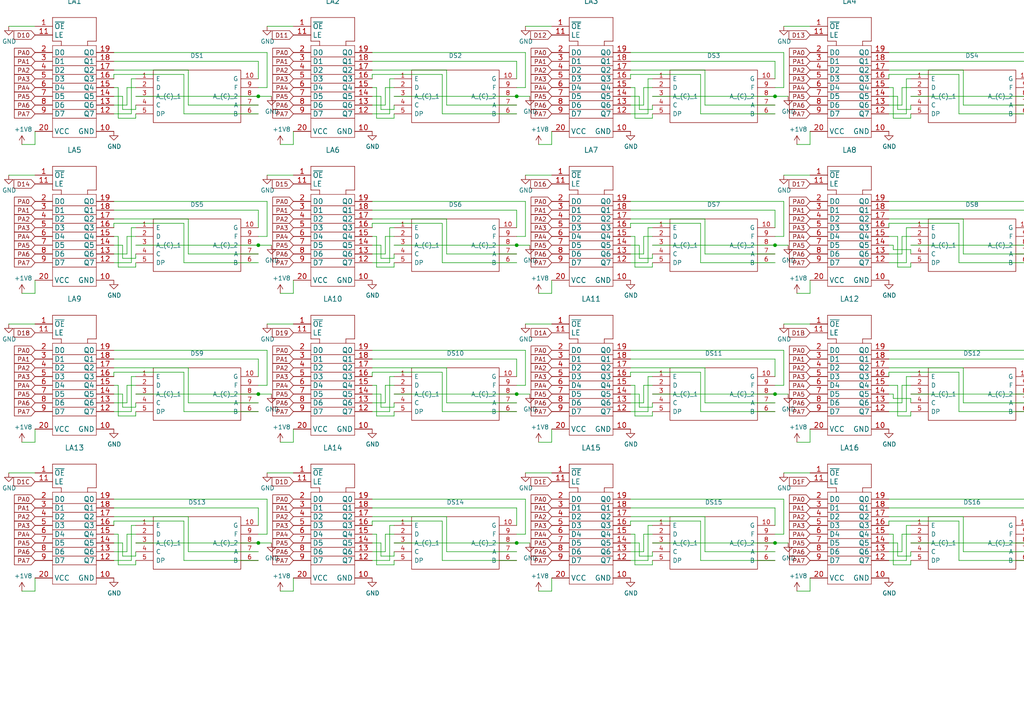
<source format=kicad_sch>
(kicad_sch (version 20211123) (generator eeschema)
  (paper "A4")
  (junction (at 224.79 27.94))
  (junction (at 224.79 71.12))
  (junction (at 74.93 71.12))
  (junction (at 299.72 27.94))
  (junction (at 74.93 114.3))
  (junction (at 149.86 27.94))
  (junction (at 224.79 114.3))
  (junction (at 149.86 71.12))
  (junction (at 299.72 71.12))
  (junction (at 74.93 27.94))
  (junction (at 299.72 157.48))
  (junction (at 149.86 157.48))
  (junction (at 74.93 157.48))
  (junction (at 224.79 157.48))
  (junction (at 299.72 114.3))
  (junction (at 149.86 114.3))
  (wire (pts (xy 152.4 68.58) (xy 149.86 68.58)))
  (wire (pts (xy 107.95 149.86) (xy 129.54 149.86)))
  (wire (pts (xy 33.02 22.86) (xy 33.02 21.59)))
  (wire (pts (xy 260.35 27.94) (xy 260.35 31.75)))
  (wire (pts (xy 33.02 119.38) (xy 38.1 119.38)))
  (wire (pts (xy 33.02 68.58) (xy 34.29 68.58)))
  (wire (pts (xy 77.47 101.6) (xy 77.47 111.76)))
  (wire (pts (xy 152.4 15.24) (xy 152.4 25.4)))
  (wire (pts (xy 182.88 15.24) (xy 227.33 15.24)))
  (wire (pts (xy 227.33 111.76) (xy 224.79 111.76)))
  (wire (pts (xy 85.09 171.45) (xy 85.09 167.64)))
  (wire (pts (xy 74.93 104.14) (xy 33.02 104.14)))
  (wire (pts (xy 257.81 22.86) (xy 257.81 21.59)))
  (wire (pts (xy 107.95 144.78) (xy 152.4 144.78)))
  (wire (pts (xy 189.23 118.11) (xy 189.23 116.84)))
  (wire (pts (xy 264.16 114.3) (xy 299.72 114.3)))
  (wire (pts (xy 33.02 144.78) (xy 77.47 144.78)))
  (wire (pts (xy 111.76 160.02) (xy 111.76 154.94)))
  (wire (pts (xy 54.61 20.32) (xy 54.61 30.48)))
  (wire (pts (xy 278.13 21.59) (xy 278.13 33.02)))
  (wire (pts (xy 257.81 116.84) (xy 261.62 116.84)))
  (wire (pts (xy 53.34 119.38) (xy 74.93 119.38)))
  (wire (pts (xy 299.72 66.04) (xy 299.72 60.96)))
  (wire (pts (xy 257.81 106.68) (xy 279.4 106.68)))
  (wire (pts (xy 53.34 107.95) (xy 53.34 119.38)))
  (wire (pts (xy 85.09 85.09) (xy 85.09 81.28)))
  (wire (pts (xy 39.37 77.47) (xy 39.37 76.2)))
  (wire (pts (xy 2.54 7.62) (xy 10.16 7.62)))
  (wire (pts (xy 299.72 147.32) (xy 257.81 147.32)))
  (wire (pts (xy 33.02 106.68) (xy 54.61 106.68)))
  (wire (pts (xy 53.34 162.56) (xy 74.93 162.56)))
  (wire (pts (xy 152.4 7.62) (xy 160.02 7.62)))
  (wire (pts (xy 149.86 17.78) (xy 107.95 17.78)))
  (wire (pts (xy 38.1 162.56) (xy 38.1 152.4)))
  (wire (pts (xy 107.95 22.86) (xy 107.95 21.59)))
  (wire (pts (xy 184.15 163.83) (xy 189.23 163.83)))
  (wire (pts (xy 10.16 85.09) (xy 10.16 81.28)))
  (wire (pts (xy 39.37 114.3) (xy 74.93 114.3)))
  (wire (pts (xy 36.83 111.76) (xy 39.37 111.76)))
  (wire (pts (xy 128.27 107.95) (xy 128.27 119.38)))
  (wire (pts (xy 77.47 7.62) (xy 85.09 7.62)))
  (wire (pts (xy 129.54 116.84) (xy 149.86 116.84)))
  (wire (pts (xy 184.15 25.4) (xy 184.15 34.29)))
  (wire (pts (xy 107.95 107.95) (xy 128.27 107.95)))
  (wire (pts (xy 36.83 154.94) (xy 39.37 154.94)))
  (wire (pts (xy 33.02 149.86) (xy 54.61 149.86)))
  (wire (pts (xy 156.21 85.09) (xy 160.02 85.09)))
  (wire (pts (xy 260.35 157.48) (xy 260.35 161.29)))
  (wire (pts (xy 259.08 25.4) (xy 259.08 34.29)))
  (wire (pts (xy 107.95 162.56) (xy 113.03 162.56)))
  (wire (pts (xy 257.81 107.95) (xy 278.13 107.95)))
  (wire (pts (xy 38.1 33.02) (xy 38.1 22.86)))
  (wire (pts (xy 182.88 114.3) (xy 185.42 114.3)))
  (wire (pts (xy 182.88 63.5) (xy 204.47 63.5)))
  (wire (pts (xy 38.1 66.04) (xy 39.37 66.04)))
  (wire (pts (xy 186.69 30.48) (xy 186.69 25.4)))
  (wire (pts (xy 187.96 152.4) (xy 189.23 152.4)))
  (wire (pts (xy 302.26 101.6) (xy 302.26 111.76)))
  (wire (pts (xy 107.95 15.24) (xy 152.4 15.24)))
  (wire (pts (xy 302.26 25.4) (xy 299.72 25.4)))
  (wire (pts (xy 231.14 171.45) (xy 234.95 171.45)))
  (wire (pts (xy 182.88 30.48) (xy 186.69 30.48)))
  (wire (pts (xy 54.61 30.48) (xy 74.93 30.48)))
  (wire (pts (xy 39.37 31.75) (xy 39.37 30.48)))
  (wire (pts (xy 107.95 66.04) (xy 107.95 64.77)))
  (wire (pts (xy 227.33 101.6) (xy 227.33 111.76)))
  (wire (pts (xy 111.76 73.66) (xy 111.76 68.58)))
  (wire (pts (xy 10.16 128.27) (xy 10.16 124.46)))
  (wire (pts (xy 149.86 152.4) (xy 149.86 147.32)))
  (wire (pts (xy 33.02 151.13) (xy 53.34 151.13)))
  (wire (pts (xy 149.86 104.14) (xy 107.95 104.14)))
  (wire (pts (xy 149.86 22.86) (xy 149.86 17.78)))
  (wire (pts (xy 111.76 68.58) (xy 114.3 68.58)))
  (wire (pts (xy 35.56 27.94) (xy 35.56 31.75)))
  (wire (pts (xy 264.16 115.57) (xy 264.16 116.84)))
  (wire (pts (xy 189.23 161.29) (xy 189.23 160.02)))
  (wire (pts (xy 74.93 71.12) (xy 78.74 71.12)))
  (wire (pts (xy 54.61 160.02) (xy 74.93 160.02)))
  (wire (pts (xy 186.69 160.02) (xy 186.69 154.94)))
  (wire (pts (xy 114.3 31.75) (xy 114.3 30.48)))
  (wire (pts (xy 227.33 15.24) (xy 227.33 25.4)))
  (wire (pts (xy 227.33 154.94) (xy 224.79 154.94)))
  (wire (pts (xy 85.09 41.91) (xy 85.09 38.1)))
  (wire (pts (xy 227.33 68.58) (xy 224.79 68.58)))
  (wire (pts (xy 39.37 118.11) (xy 39.37 116.84)))
  (wire (pts (xy 34.29 68.58) (xy 34.29 77.47)))
  (wire (pts (xy 74.93 22.86) (xy 74.93 17.78)))
  (wire (pts (xy 38.1 22.86) (xy 39.37 22.86)))
  (wire (pts (xy 110.49 114.3) (xy 110.49 118.11)))
  (wire (pts (xy 114.3 77.47) (xy 114.3 76.2)))
  (wire (pts (xy 227.33 50.8) (xy 234.95 50.8)))
  (wire (pts (xy 187.96 109.22) (xy 189.23 109.22)))
  (wire (pts (xy 186.69 25.4) (xy 189.23 25.4)))
  (wire (pts (xy 261.62 154.94) (xy 264.16 154.94)))
  (wire (pts (xy 107.95 76.2) (xy 113.03 76.2)))
  (wire (pts (xy 36.83 30.48) (xy 36.83 25.4)))
  (wire (pts (xy 38.1 152.4) (xy 39.37 152.4)))
  (wire (pts (xy 77.47 58.42) (xy 77.47 68.58)))
  (wire (pts (xy 227.33 144.78) (xy 227.33 154.94)))
  (wire (pts (xy 182.88 116.84) (xy 186.69 116.84)))
  (wire (pts (xy 257.81 114.3) (xy 259.08 114.3)))
  (wire (pts (xy 39.37 157.48) (xy 74.93 157.48)))
  (wire (pts (xy 182.88 58.42) (xy 227.33 58.42)))
  (wire (pts (xy 113.03 152.4) (xy 114.3 152.4)))
  (wire (pts (xy 34.29 77.47) (xy 39.37 77.47)))
  (wire (pts (xy 54.61 73.66) (xy 74.93 73.66)))
  (wire (pts (xy 114.3 118.11) (xy 114.3 116.84)))
  (wire (pts (xy 129.54 149.86) (xy 129.54 160.02)))
  (wire (pts (xy 35.56 74.93) (xy 39.37 74.93)))
  (wire (pts (xy 257.81 71.12) (xy 259.08 71.12)))
  (wire (pts (xy 114.3 74.93) (xy 114.3 73.66)))
  (wire (pts (xy 182.88 25.4) (xy 184.15 25.4)))
  (wire (pts (xy 33.02 21.59) (xy 53.34 21.59)))
  (wire (pts (xy 260.35 120.65) (xy 264.16 120.65)))
  (wire (pts (xy 189.23 34.29) (xy 189.23 33.02)))
  (wire (pts (xy 156.21 171.45) (xy 160.02 171.45)))
  (wire (pts (xy 302.26 154.94) (xy 299.72 154.94)))
  (wire (pts (xy 77.47 15.24) (xy 77.47 25.4)))
  (wire (pts (xy 224.79 109.22) (xy 224.79 104.14)))
  (wire (pts (xy 74.93 157.48) (xy 78.74 157.48)))
  (wire (pts (xy 81.28 128.27) (xy 85.09 128.27)))
  (wire (pts (xy 129.54 73.66) (xy 149.86 73.66)))
  (wire (pts (xy 74.93 60.96) (xy 33.02 60.96)))
  (wire (pts (xy 259.08 115.57) (xy 264.16 115.57)))
  (wire (pts (xy 182.88 144.78) (xy 227.33 144.78)))
  (wire (pts (xy 113.03 109.22) (xy 114.3 109.22)))
  (wire (pts (xy 257.81 64.77) (xy 278.13 64.77)))
  (wire (pts (xy 227.33 58.42) (xy 227.33 68.58)))
  (wire (pts (xy 260.35 111.76) (xy 260.35 120.65)))
  (wire (pts (xy 186.69 154.94) (xy 189.23 154.94)))
  (wire (pts (xy 182.88 152.4) (xy 182.88 151.13)))
  (wire (pts (xy 279.4 73.66) (xy 299.72 73.66)))
  (wire (pts (xy 257.81 154.94) (xy 259.08 154.94)))
  (wire (pts (xy 189.23 74.93) (xy 189.23 73.66)))
  (wire (pts (xy 54.61 149.86) (xy 54.61 160.02)))
  (wire (pts (xy 257.81 149.86) (xy 279.4 149.86)))
  (wire (pts (xy 33.02 15.24) (xy 77.47 15.24)))
  (wire (pts (xy 107.95 71.12) (xy 110.49 71.12)))
  (wire (pts (xy 257.81 27.94) (xy 260.35 27.94)))
  (wire (pts (xy 35.56 114.3) (xy 35.56 118.11)))
  (wire (pts (xy 109.22 34.29) (xy 114.3 34.29)))
  (wire (pts (xy 111.76 25.4) (xy 114.3 25.4)))
  (wire (pts (xy 149.86 27.94) (xy 153.67 27.94)))
  (wire (pts (xy 33.02 160.02) (xy 36.83 160.02)))
  (wire (pts (xy 152.4 50.8) (xy 160.02 50.8)))
  (wire (pts (xy 182.88 64.77) (xy 203.2 64.77)))
  (wire (pts (xy 302.26 58.42) (xy 302.26 68.58)))
  (wire (pts (xy 114.3 120.65) (xy 114.3 119.38)))
  (wire (pts (xy 257.81 66.04) (xy 257.81 64.77)))
  (wire (pts (xy 33.02 101.6) (xy 77.47 101.6)))
  (wire (pts (xy 185.42 118.11) (xy 189.23 118.11)))
  (wire (pts (xy 53.34 21.59) (xy 53.34 33.02)))
  (wire (pts (xy 203.2 107.95) (xy 203.2 119.38)))
  (wire (pts (xy 33.02 64.77) (xy 53.34 64.77)))
  (wire (pts (xy 187.96 66.04) (xy 189.23 66.04)))
  (wire (pts (xy 262.89 152.4) (xy 264.16 152.4)))
  (wire (pts (xy 278.13 76.2) (xy 299.72 76.2)))
  (wire (pts (xy 39.37 34.29) (xy 39.37 33.02)))
  (wire (pts (xy 110.49 161.29) (xy 114.3 161.29)))
  (wire (pts (xy 107.95 152.4) (xy 107.95 151.13)))
  (wire (pts (xy 156.21 128.27) (xy 160.02 128.27)))
  (wire (pts (xy 278.13 162.56) (xy 299.72 162.56)))
  (wire (pts (xy 257.81 30.48) (xy 261.62 30.48)))
  (wire (pts (xy 264.16 34.29) (xy 264.16 33.02)))
  (wire (pts (xy 299.72 157.48) (xy 303.53 157.48)))
  (wire (pts (xy 113.03 76.2) (xy 113.03 66.04)))
  (wire (pts (xy 264.16 27.94) (xy 299.72 27.94)))
  (wire (pts (xy 107.95 68.58) (xy 109.22 68.58)))
  (wire (pts (xy 110.49 118.11) (xy 114.3 118.11)))
  (wire (pts (xy 182.88 154.94) (xy 184.15 154.94)))
  (wire (pts (xy 261.62 68.58) (xy 264.16 68.58)))
  (wire (pts (xy 149.86 71.12) (xy 153.67 71.12)))
  (wire (pts (xy 39.37 120.65) (xy 39.37 119.38)))
  (wire (pts (xy 203.2 21.59) (xy 203.2 33.02)))
  (wire (pts (xy 227.33 93.98) (xy 234.95 93.98)))
  (wire (pts (xy 53.34 64.77) (xy 53.34 76.2)))
  (wire (pts (xy 109.22 120.65) (xy 114.3 120.65)))
  (wire (pts (xy 54.61 106.68) (xy 54.61 116.84)))
  (wire (pts (xy 279.4 160.02) (xy 299.72 160.02)))
  (wire (pts (xy 107.95 111.76) (xy 109.22 111.76)))
  (wire (pts (xy 39.37 27.94) (xy 74.93 27.94)))
  (wire (pts (xy 33.02 152.4) (xy 33.02 151.13)))
  (wire (pts (xy 262.89 66.04) (xy 264.16 66.04)))
  (wire (pts (xy 299.72 71.12) (xy 303.53 71.12)))
  (wire (pts (xy 224.79 27.94) (xy 228.6 27.94)))
  (wire (pts (xy 38.1 76.2) (xy 38.1 66.04)))
  (wire (pts (xy 114.3 161.29) (xy 114.3 160.02)))
  (wire (pts (xy 110.49 157.48) (xy 110.49 161.29)))
  (wire (pts (xy 186.69 111.76) (xy 189.23 111.76)))
  (wire (pts (xy 261.62 111.76) (xy 264.16 111.76)))
  (wire (pts (xy 204.47 30.48) (xy 224.79 30.48)))
  (wire (pts (xy 182.88 149.86) (xy 204.47 149.86)))
  (wire (pts (xy 257.81 111.76) (xy 260.35 111.76)))
  (wire (pts (xy 264.16 163.83) (xy 264.16 162.56)))
  (wire (pts (xy 2.54 137.16) (xy 10.16 137.16)))
  (wire (pts (xy 257.81 119.38) (xy 262.89 119.38)))
  (wire (pts (xy 77.47 93.98) (xy 85.09 93.98)))
  (wire (pts (xy 107.95 58.42) (xy 152.4 58.42)))
  (wire (pts (xy 152.4 93.98) (xy 160.02 93.98)))
  (wire (pts (xy 182.88 27.94) (xy 185.42 27.94)))
  (wire (pts (xy 2.54 93.98) (xy 10.16 93.98)))
  (wire (pts (xy 110.49 31.75) (xy 114.3 31.75)))
  (wire (pts (xy 129.54 160.02) (xy 149.86 160.02)))
  (wire (pts (xy 128.27 21.59) (xy 128.27 33.02)))
  (wire (pts (xy 185.42 114.3) (xy 185.42 118.11)))
  (wire (pts (xy 152.4 25.4) (xy 149.86 25.4)))
  (wire (pts (xy 36.83 73.66) (xy 36.83 68.58)))
  (wire (pts (xy 279.4 116.84) (xy 299.72 116.84)))
  (wire (pts (xy 107.95 21.59) (xy 128.27 21.59)))
  (wire (pts (xy 74.93 17.78) (xy 33.02 17.78)))
  (wire (pts (xy 279.4 149.86) (xy 279.4 160.02)))
  (wire (pts (xy 81.28 171.45) (xy 85.09 171.45)))
  (wire (pts (xy 33.02 25.4) (xy 34.29 25.4)))
  (wire (pts (xy 203.2 33.02) (xy 224.79 33.02)))
  (wire (pts (xy 279.4 30.48) (xy 299.72 30.48)))
  (wire (pts (xy 113.03 22.86) (xy 114.3 22.86)))
  (wire (pts (xy 36.83 25.4) (xy 39.37 25.4)))
  (wire (pts (xy 262.89 22.86) (xy 264.16 22.86)))
  (wire (pts (xy 110.49 74.93) (xy 114.3 74.93)))
  (wire (pts (xy 74.93 66.04) (xy 74.93 60.96)))
  (wire (pts (xy 77.47 111.76) (xy 74.93 111.76)))
  (wire (pts (xy 85.09 128.27) (xy 85.09 124.46)))
  (wire (pts (xy 107.95 63.5) (xy 129.54 63.5)))
  (wire (pts (xy 38.1 109.22) (xy 39.37 109.22)))
  (wire (pts (xy 107.95 73.66) (xy 111.76 73.66)))
  (wire (pts (xy 54.61 116.84) (xy 74.93 116.84)))
  (wire (pts (xy 204.47 116.84) (xy 224.79 116.84)))
  (wire (pts (xy 33.02 58.42) (xy 77.47 58.42)))
  (wire (pts (xy 77.47 25.4) (xy 74.93 25.4)))
  (wire (pts (xy 299.72 60.96) (xy 257.81 60.96)))
  (wire (pts (xy 33.02 27.94) (xy 35.56 27.94)))
  (wire (pts (xy 34.29 154.94) (xy 34.29 163.83)))
  (wire (pts (xy 186.69 73.66) (xy 186.69 68.58)))
  (wire (pts (xy 10.16 171.45) (xy 10.16 167.64)))
  (wire (pts (xy 224.79 17.78) (xy 182.88 17.78)))
  (wire (pts (xy 224.79 152.4) (xy 224.79 147.32)))
  (wire (pts (xy 6.35 128.27) (xy 10.16 128.27)))
  (wire (pts (xy 35.56 157.48) (xy 35.56 161.29)))
  (wire (pts (xy 185.42 31.75) (xy 189.23 31.75)))
  (wire (pts (xy 257.81 21.59) (xy 278.13 21.59)))
  (wire (pts (xy 302.26 111.76) (xy 299.72 111.76)))
  (wire (pts (xy 156.21 41.91) (xy 160.02 41.91)))
  (wire (pts (xy 35.56 161.29) (xy 39.37 161.29)))
  (wire (pts (xy 182.88 106.68) (xy 204.47 106.68)))
  (wire (pts (xy 107.95 33.02) (xy 113.03 33.02)))
  (wire (pts (xy 262.89 162.56) (xy 262.89 152.4)))
  (wire (pts (xy 224.79 104.14) (xy 182.88 104.14)))
  (wire (pts (xy 302.26 68.58) (xy 299.72 68.58)))
  (wire (pts (xy 107.95 154.94) (xy 109.22 154.94)))
  (wire (pts (xy 33.02 157.48) (xy 35.56 157.48)))
  (wire (pts (xy 234.95 41.91) (xy 234.95 38.1)))
  (wire (pts (xy 182.88 107.95) (xy 203.2 107.95)))
  (wire (pts (xy 264.16 71.12) (xy 299.72 71.12)))
  (wire (pts (xy 224.79 157.48) (xy 228.6 157.48)))
  (wire (pts (xy 74.93 152.4) (xy 74.93 147.32)))
  (wire (pts (xy 34.29 25.4) (xy 34.29 34.29)))
  (wire (pts (xy 54.61 63.5) (xy 54.61 73.66)))
  (wire (pts (xy 186.69 68.58) (xy 189.23 68.58)))
  (wire (pts (xy 257.81 151.13) (xy 257.81 152.4)))
  (wire (pts (xy 187.96 33.02) (xy 187.96 22.86)))
  (wire (pts (xy 231.14 41.91) (xy 234.95 41.91)))
  (wire (pts (xy 204.47 106.68) (xy 204.47 116.84)))
  (wire (pts (xy 36.83 68.58) (xy 39.37 68.58)))
  (wire (pts (xy 257.81 20.32) (xy 279.4 20.32)))
  (wire (pts (xy 39.37 71.12) (xy 74.93 71.12)))
  (wire (pts (xy 107.95 157.48) (xy 110.49 157.48)))
  (wire (pts (xy 149.86 147.32) (xy 107.95 147.32)))
  (wire (pts (xy 185.42 71.12) (xy 185.42 74.93)))
  (wire (pts (xy 227.33 25.4) (xy 224.79 25.4)))
  (wire (pts (xy 107.95 101.6) (xy 152.4 101.6)))
  (wire (pts (xy 257.81 68.58) (xy 260.35 68.58)))
  (wire (pts (xy 107.95 119.38) (xy 113.03 119.38)))
  (wire (pts (xy 152.4 137.16) (xy 160.02 137.16)))
  (wire (pts (xy 107.95 116.84) (xy 111.76 116.84)))
  (wire (pts (xy 182.88 157.48) (xy 185.42 157.48)))
  (wire (pts (xy 113.03 119.38) (xy 113.03 109.22)))
  (wire (pts (xy 33.02 71.12) (xy 35.56 71.12)))
  (wire (pts (xy 114.3 27.94) (xy 149.86 27.94)))
  (wire (pts (xy 264.16 72.39) (xy 264.16 73.66)))
  (wire (pts (xy 260.35 68.58) (xy 260.35 77.47)))
  (wire (pts (xy 299.72 22.86) (xy 299.72 17.78)))
  (wire (pts (xy 107.95 64.77) (xy 128.27 64.77)))
  (wire (pts (xy 204.47 149.86) (xy 204.47 160.02)))
  (wire (pts (xy 257.81 76.2) (xy 262.89 76.2)))
  (wire (pts (xy 111.76 111.76) (xy 114.3 111.76)))
  (wire (pts (xy 10.16 41.91) (xy 10.16 38.1)))
  (wire (pts (xy 109.22 25.4) (xy 109.22 34.29)))
  (wire (pts (xy 152.4 144.78) (xy 152.4 154.94)))
  (wire (pts (xy 128.27 33.02) (xy 149.86 33.02)))
  (wire (pts (xy 257.81 162.56) (xy 262.89 162.56)))
  (wire (pts (xy 74.93 114.3) (xy 78.74 114.3)))
  (wire (pts (xy 182.88 109.22) (xy 182.88 107.95)))
  (wire (pts (xy 234.95 171.45) (xy 234.95 167.64)))
  (wire (pts (xy 189.23 114.3) (xy 224.79 114.3)))
  (wire (pts (xy 260.35 31.75) (xy 264.16 31.75)))
  (wire (pts (xy 35.56 31.75) (xy 39.37 31.75)))
  (wire (pts (xy 185.42 27.94) (xy 185.42 31.75)))
  (wire (pts (xy 299.72 104.14) (xy 257.81 104.14)))
  (wire (pts (xy 33.02 109.22) (xy 33.02 107.95)))
  (wire (pts (xy 182.88 33.02) (xy 187.96 33.02)))
  (wire (pts (xy 224.79 66.04) (xy 224.79 60.96)))
  (wire (pts (xy 6.35 41.91) (xy 10.16 41.91)))
  (wire (pts (xy 187.96 76.2) (xy 187.96 66.04)))
  (wire (pts (xy 182.88 101.6) (xy 227.33 101.6)))
  (wire (pts (xy 182.88 76.2) (xy 187.96 76.2)))
  (wire (pts (xy 33.02 76.2) (xy 38.1 76.2)))
  (wire (pts (xy 203.2 76.2) (xy 224.79 76.2)))
  (wire (pts (xy 114.3 157.48) (xy 149.86 157.48)))
  (wire (pts (xy 38.1 119.38) (xy 38.1 109.22)))
  (wire (pts (xy 278.13 33.02) (xy 299.72 33.02)))
  (wire (pts (xy 33.02 114.3) (xy 35.56 114.3)))
  (wire (pts (xy 203.2 151.13) (xy 203.2 162.56)))
  (wire (pts (xy 231.14 128.27) (xy 234.95 128.27)))
  (wire (pts (xy 187.96 22.86) (xy 189.23 22.86)))
  (wire (pts (xy 74.93 27.94) (xy 78.74 27.94)))
  (wire (pts (xy 299.72 109.22) (xy 299.72 104.14)))
  (wire (pts (xy 152.4 111.76) (xy 149.86 111.76)))
  (wire (pts (xy 184.15 111.76) (xy 184.15 120.65)))
  (wire (pts (xy 224.79 147.32) (xy 182.88 147.32)))
  (wire (pts (xy 111.76 116.84) (xy 111.76 111.76)))
  (wire (pts (xy 149.86 157.48) (xy 153.67 157.48)))
  (wire (pts (xy 111.76 154.94) (xy 114.3 154.94)))
  (wire (pts (xy 149.86 114.3) (xy 153.67 114.3)))
  (wire (pts (xy 184.15 120.65) (xy 189.23 120.65)))
  (wire (pts (xy 279.4 106.68) (xy 279.4 116.84)))
  (wire (pts (xy 259.08 34.29) (xy 264.16 34.29)))
  (wire (pts (xy 182.88 71.12) (xy 185.42 71.12)))
  (wire (pts (xy 128.27 162.56) (xy 149.86 162.56)))
  (wire (pts (xy 184.15 77.47) (xy 189.23 77.47)))
  (wire (pts (xy 257.81 101.6) (xy 302.26 101.6)))
  (wire (pts (xy 34.29 34.29) (xy 39.37 34.29)))
  (wire (pts (xy 234.95 85.09) (xy 234.95 81.28)))
  (wire (pts (xy 261.62 160.02) (xy 261.62 154.94)))
  (wire (pts (xy 113.03 33.02) (xy 113.03 22.86)))
  (wire (pts (xy 107.95 25.4) (xy 109.22 25.4)))
  (wire (pts (xy 77.47 144.78) (xy 77.47 154.94)))
  (wire (pts (xy 257.81 144.78) (xy 302.26 144.78)))
  (wire (pts (xy 33.02 63.5) (xy 54.61 63.5)))
  (wire (pts (xy 107.95 114.3) (xy 110.49 114.3)))
  (wire (pts (xy 189.23 77.47) (xy 189.23 76.2)))
  (wire (pts (xy 203.2 119.38) (xy 224.79 119.38)))
  (wire (pts (xy 39.37 161.29) (xy 39.37 160.02)))
  (wire (pts (xy 227.33 7.62) (xy 234.95 7.62)))
  (wire (pts (xy 110.49 71.12) (xy 110.49 74.93)))
  (wire (pts (xy 113.03 66.04) (xy 114.3 66.04)))
  (wire (pts (xy 81.28 41.91) (xy 85.09 41.91)))
  (wire (pts (xy 53.34 151.13) (xy 53.34 162.56)))
  (wire (pts (xy 109.22 163.83) (xy 114.3 163.83)))
  (wire (pts (xy 299.72 114.3) (xy 303.53 114.3)))
  (wire (pts (xy 33.02 30.48) (xy 36.83 30.48)))
  (wire (pts (xy 259.08 154.94) (xy 259.08 163.83)))
  (wire (pts (xy 129.54 20.32) (xy 129.54 30.48)))
  (wire (pts (xy 107.95 30.48) (xy 111.76 30.48)))
  (wire (pts (xy 299.72 152.4) (xy 299.72 147.32)))
  (wire (pts (xy 152.4 58.42) (xy 152.4 68.58)))
  (wire (pts (xy 149.86 109.22) (xy 149.86 104.14)))
  (wire (pts (xy 182.88 68.58) (xy 184.15 68.58)))
  (wire (pts (xy 182.88 162.56) (xy 187.96 162.56)))
  (wire (pts (xy 34.29 120.65) (xy 39.37 120.65)))
  (wire (pts (xy 260.35 77.47) (xy 264.16 77.47)))
  (wire (pts (xy 279.4 63.5) (xy 279.4 73.66)))
  (wire (pts (xy 107.95 160.02) (xy 111.76 160.02)))
  (wire (pts (xy 259.08 72.39) (xy 264.16 72.39)))
  (wire (pts (xy 129.54 106.68) (xy 129.54 116.84)))
  (wire (pts (xy 113.03 162.56) (xy 113.03 152.4)))
  (wire (pts (xy 36.83 160.02) (xy 36.83 154.94)))
  (wire (pts (xy 262.89 119.38) (xy 262.89 109.22)))
  (wire (pts (xy 152.4 154.94) (xy 149.86 154.94)))
  (wire (pts (xy 264.16 157.48) (xy 299.72 157.48)))
  (wire (pts (xy 160.02 85.09) (xy 160.02 81.28)))
  (wire (pts (xy 279.4 20.32) (xy 279.4 30.48)))
  (wire (pts (xy 262.89 109.22) (xy 264.16 109.22)))
  (wire (pts (xy 278.13 151.13) (xy 278.13 162.56)))
  (wire (pts (xy 234.95 128.27) (xy 234.95 124.46)))
  (wire (pts (xy 231.14 85.09) (xy 234.95 85.09)))
  (wire (pts (xy 204.47 63.5) (xy 204.47 73.66)))
  (wire (pts (xy 302.26 15.24) (xy 302.26 25.4)))
  (wire (pts (xy 182.88 66.04) (xy 182.88 64.77)))
  (wire (pts (xy 264.16 77.47) (xy 264.16 76.2)))
  (wire (pts (xy 110.49 27.94) (xy 110.49 31.75)))
  (wire (pts (xy 299.72 17.78) (xy 257.81 17.78)))
  (wire (pts (xy 224.79 22.86) (xy 224.79 17.78)))
  (wire (pts (xy 257.81 25.4) (xy 259.08 25.4)))
  (wire (pts (xy 128.27 64.77) (xy 128.27 76.2)))
  (wire (pts (xy 257.81 33.02) (xy 262.89 33.02)))
  (wire (pts (xy 261.62 30.48) (xy 261.62 25.4)))
  (wire (pts (xy 53.34 33.02) (xy 74.93 33.02)))
  (wire (pts (xy 6.35 171.45) (xy 10.16 171.45)))
  (wire (pts (xy 259.08 114.3) (xy 259.08 115.57)))
  (wire (pts (xy 6.35 85.09) (xy 10.16 85.09)))
  (wire (pts (xy 128.27 76.2) (xy 149.86 76.2)))
  (wire (pts (xy 257.81 63.5) (xy 279.4 63.5)))
  (wire (pts (xy 128.27 119.38) (xy 149.86 119.38)))
  (wire (pts (xy 53.34 76.2) (xy 74.93 76.2)))
  (wire (pts (xy 129.54 30.48) (xy 149.86 30.48)))
  (wire (pts (xy 278.13 119.38) (xy 299.72 119.38)))
  (wire (pts (xy 182.88 20.32) (xy 204.47 20.32)))
  (wire (pts (xy 114.3 163.83) (xy 114.3 162.56)))
  (wire (pts (xy 114.3 114.3) (xy 149.86 114.3)))
  (wire (pts (xy 107.95 20.32) (xy 129.54 20.32)))
  (wire (pts (xy 128.27 151.13) (xy 128.27 162.56)))
  (wire (pts (xy 160.02 171.45) (xy 160.02 167.64)))
  (wire (pts (xy 184.15 68.58) (xy 184.15 77.47)))
  (wire (pts (xy 227.33 137.16) (xy 234.95 137.16)))
  (wire (pts (xy 182.88 111.76) (xy 184.15 111.76)))
  (wire (pts (xy 184.15 154.94) (xy 184.15 163.83)))
  (wire (pts (xy 264.16 161.29) (xy 264.16 160.02)))
  (wire (pts (xy 34.29 163.83) (xy 39.37 163.83)))
  (wire (pts (xy 261.62 116.84) (xy 261.62 111.76)))
  (wire (pts (xy 189.23 71.12) (xy 224.79 71.12)))
  (wire (pts (xy 111.76 30.48) (xy 111.76 25.4)))
  (wire (pts (xy 160.02 128.27) (xy 160.02 124.46)))
  (wire (pts (xy 257.81 109.22) (xy 257.81 107.95)))
  (wire (pts (xy 259.08 163.83) (xy 264.16 163.83)))
  (wire (pts (xy 259.08 71.12) (xy 259.08 72.39)))
  (wire (pts (xy 264.16 31.75) (xy 264.16 30.48)))
  (wire (pts (xy 33.02 33.02) (xy 38.1 33.02)))
  (wire (pts (xy 114.3 71.12) (xy 149.86 71.12)))
  (wire (pts (xy 77.47 137.16) (xy 85.09 137.16)))
  (wire (pts (xy 185.42 74.93) (xy 189.23 74.93)))
  (wire (pts (xy 257.81 73.66) (xy 261.62 73.66)))
  (wire (pts (xy 77.47 50.8) (xy 85.09 50.8)))
  (wire (pts (xy 109.22 77.47) (xy 114.3 77.47)))
  (wire (pts (xy 114.3 34.29) (xy 114.3 33.02)))
  (wire (pts (xy 187.96 162.56) (xy 187.96 152.4)))
  (wire (pts (xy 204.47 20.32) (xy 204.47 30.48)))
  (wire (pts (xy 74.93 147.32) (xy 33.02 147.32)))
  (wire (pts (xy 81.28 85.09) (xy 85.09 85.09)))
  (wire (pts (xy 302.26 144.78) (xy 302.26 154.94)))
  (wire (pts (xy 224.79 114.3) (xy 228.6 114.3)))
  (wire (pts (xy 33.02 107.95) (xy 53.34 107.95)))
  (wire (pts (xy 257.81 157.48) (xy 260.35 157.48)))
  (wire (pts (xy 182.88 73.66) (xy 186.69 73.66)))
  (wire (pts (xy 39.37 74.93) (xy 39.37 73.66)))
  (wire (pts (xy 33.02 20.32) (xy 54.61 20.32)))
  (wire (pts (xy 189.23 31.75) (xy 189.23 30.48)))
  (wire (pts (xy 39.37 163.83) (xy 39.37 162.56)))
  (wire (pts (xy 185.42 161.29) (xy 189.23 161.29)))
  (wire (pts (xy 278.13 107.95) (xy 278.13 119.38)))
  (wire (pts (xy 203.2 162.56) (xy 224.79 162.56)))
  (wire (pts (xy 257.81 15.24) (xy 302.26 15.24)))
  (wire (pts (xy 109.22 68.58) (xy 109.22 77.47)))
  (wire (pts (xy 107.95 27.94) (xy 110.49 27.94)))
  (wire (pts (xy 36.83 116.84) (xy 36.83 111.76)))
  (wire (pts (xy 204.47 160.02) (xy 224.79 160.02)))
  (wire (pts (xy 278.13 64.77) (xy 278.13 76.2)))
  (wire (pts (xy 187.96 119.38) (xy 187.96 109.22)))
  (wire (pts (xy 261.62 25.4) (xy 264.16 25.4)))
  (wire (pts (xy 224.79 71.12) (xy 228.6 71.12)))
  (wire (pts (xy 189.23 157.48) (xy 224.79 157.48)))
  (wire (pts (xy 34.29 111.76) (xy 34.29 120.65)))
  (wire (pts (xy 189.23 27.94) (xy 224.79 27.94)))
  (wire (pts (xy 107.95 109.22) (xy 107.95 107.95)))
  (wire (pts (xy 260.35 161.29) (xy 264.16 161.29)))
  (wire (pts (xy 77.47 68.58) (xy 74.93 68.58)))
  (wire (pts (xy 33.02 66.04) (xy 33.02 64.77)))
  (wire (pts (xy 109.22 154.94) (xy 109.22 163.83)))
  (wire (pts (xy 299.72 27.94) (xy 303.53 27.94)))
  (wire (pts (xy 189.23 120.65) (xy 189.23 119.38)))
  (wire (pts (xy 182.88 21.59) (xy 203.2 21.59)))
  (wire (pts (xy 109.22 111.76) (xy 109.22 120.65)))
  (wire (pts (xy 182.88 22.86) (xy 182.88 21.59)))
  (wire (pts (xy 257.81 151.13) (xy 278.13 151.13)))
  (wire (pts (xy 33.02 73.66) (xy 36.83 73.66)))
  (wire (pts (xy 107.95 106.68) (xy 129.54 106.68)))
  (wire (pts (xy 35.56 71.12) (xy 35.56 74.93)))
  (wire (pts (xy 152.4 101.6) (xy 152.4 111.76)))
  (wire (pts (xy 186.69 116.84) (xy 186.69 111.76)))
  (wire (pts (xy 264.16 120.65) (xy 264.16 119.38)))
  (wire (pts (xy 224.79 60.96) (xy 182.88 60.96)))
  (wire (pts (xy 203.2 64.77) (xy 203.2 76.2)))
  (wire (pts (xy 257.81 160.02) (xy 261.62 160.02)))
  (wire (pts (xy 149.86 60.96) (xy 107.95 60.96)))
  (wire (pts (xy 204.47 73.66) (xy 224.79 73.66)))
  (wire (pts (xy 262.89 33.02) (xy 262.89 22.86)))
  (wire (pts (xy 261.62 73.66) (xy 261.62 68.58)))
  (wire (pts (xy 184.15 34.29) (xy 189.23 34.29)))
  (wire (pts (xy 182.88 151.13) (xy 203.2 151.13)))
  (wire (pts (xy 33.02 154.94) (xy 34.29 154.94)))
  (wire (pts (xy 107.95 151.13) (xy 128.27 151.13)))
  (wire (pts (xy 257.81 58.42) (xy 302.26 58.42)))
  (wire (pts (xy 74.93 109.22) (xy 74.93 104.14)))
  (wire (pts (xy 189.23 163.83) (xy 189.23 162.56)))
  (wire (pts (xy 129.54 63.5) (xy 129.54 73.66)))
  (wire (pts (xy 160.02 41.91) (xy 160.02 38.1)))
  (wire (pts (xy 185.42 157.48) (xy 185.42 161.29)))
  (wire (pts (xy 182.88 119.38) (xy 187.96 119.38)))
  (wire (pts (xy 33.02 116.84) (xy 36.83 116.84)))
  (wire (pts (xy 2.54 50.8) (xy 10.16 50.8)))
  (wire (pts (xy 77.47 154.94) (xy 74.93 154.94)))
  (wire (pts (xy 35.56 118.11) (xy 39.37 118.11)))
  (wire (pts (xy 33.02 162.56) (xy 38.1 162.56)))
  (wire (pts (xy 182.88 160.02) (xy 186.69 160.02)))
  (wire (pts (xy 149.86 66.04) (xy 149.86 60.96)))
  (wire (pts (xy 262.89 76.2) (xy 262.89 66.04)))
  (wire (pts (xy 33.02 111.76) (xy 34.29 111.76)))
  (global_label "PA2" (shape input) (at 234.95 20.32 180) (property "Intersheet References" "${INTERSHEET_REFS}" (effects hide)))
  (global_label "PA2" (shape input) (at 234.95 149.86 180) (property "Intersheet References" "${INTERSHEET_REFS}" (effects hide)))
  (global_label "PA2" (shape input) (at 85.09 20.32 180) (property "Intersheet References" "${INTERSHEET_REFS}" (effects hide)))
  (global_label "PA1" (shape input) (at 10.16 147.32 180) (property "Intersheet References" "${INTERSHEET_REFS}" (effects hide)))
  (global_label "D15" (shape input) (at 85.09 53.34 180) (property "Intersheet References" "${INTERSHEET_REFS}" (effects hide)))
  (global_label "PA5" (shape input) (at 10.16 27.94 180) (property "Intersheet References" "${INTERSHEET_REFS}" (effects hide)))
  (global_label "PA7" (shape input) (at 85.09 119.38 180) (property "Intersheet References" "${INTERSHEET_REFS}" (effects hide)))
  (global_label "PA6" (shape input) (at 160.02 116.84 180) (property "Intersheet References" "${INTERSHEET_REFS}" (effects hide)))
  (global_label "PA0" (shape input) (at 234.95 58.42 180) (property "Intersheet References" "${INTERSHEET_REFS}" (effects hide)))
  (global_label "PA1" (shape input) (at 160.02 104.14 180) (property "Intersheet References" "${INTERSHEET_REFS}" (effects hide)))
  (global_label "D16" (shape input) (at 160.02 53.34 180) (property "Intersheet References" "${INTERSHEET_REFS}" (effects hide)))
  (global_label "D1E" (shape input) (at 160.02 139.7 180) (property "Intersheet References" "${INTERSHEET_REFS}" (effects hide)))
  (global_label "PA5" (shape input) (at 234.95 114.3 180) (property "Intersheet References" "${INTERSHEET_REFS}" (effects hide)))
  (global_label "PA4" (shape input) (at 234.95 154.94 180) (property "Intersheet References" "${INTERSHEET_REFS}" (effects hide)))
  (global_label "PA6" (shape input) (at 234.95 73.66 180) (property "Intersheet References" "${INTERSHEET_REFS}" (effects hide)))
  (global_label "PA0" (shape input) (at 234.95 101.6 180) (property "Intersheet References" "${INTERSHEET_REFS}" (effects hide)))
  (global_label "PA0" (shape input) (at 85.09 15.24 180) (property "Intersheet References" "${INTERSHEET_REFS}" (effects hide)))
  (global_label "D12" (shape input) (at 160.02 10.16 180) (property "Intersheet References" "${INTERSHEET_REFS}" (effects hide)))
  (global_label "PA0" (shape input) (at 85.09 144.78 180) (property "Intersheet References" "${INTERSHEET_REFS}" (effects hide)))
  (global_label "PA4" (shape input) (at 10.16 25.4 180) (property "Intersheet References" "${INTERSHEET_REFS}" (effects hide)))
  (global_label "D17" (shape input) (at 234.95 53.34 180) (property "Intersheet References" "${INTERSHEET_REFS}" (effects hide)))
  (global_label "PA1" (shape input) (at 85.09 104.14 180) (property "Intersheet References" "${INTERSHEET_REFS}" (effects hide)))
  (global_label "PA7" (shape input) (at 85.09 162.56 180) (property "Intersheet References" "${INTERSHEET_REFS}" (effects hide)))
  (global_label "PA3" (shape input) (at 85.09 22.86 180) (property "Intersheet References" "${INTERSHEET_REFS}" (effects hide)))
  (global_label "PA3" (shape input) (at 85.09 66.04 180) (property "Intersheet References" "${INTERSHEET_REFS}" (effects hide)))
  (global_label "PA5" (shape input) (at 160.02 114.3 180) (property "Intersheet References" "${INTERSHEET_REFS}" (effects hide)))
  (global_label "PA5" (shape input) (at 160.02 71.12 180) (property "Intersheet References" "${INTERSHEET_REFS}" (effects hide)))
  (global_label "PA6" (shape input) (at 160.02 30.48 180) (property "Intersheet References" "${INTERSHEET_REFS}" (effects hide)))
  (global_label "PA5" (shape input) (at 160.02 27.94 180) (property "Intersheet References" "${INTERSHEET_REFS}" (effects hide)))
  (global_label "PA2" (shape input) (at 10.16 63.5 180) (property "Intersheet References" "${INTERSHEET_REFS}" (effects hide)))
  (global_label "PA1" (shape input) (at 10.16 60.96 180) (property "Intersheet References" "${INTERSHEET_REFS}" (effects hide)))
  (global_label "PA3" (shape input) (at 10.16 22.86 180) (property "Intersheet References" "${INTERSHEET_REFS}" (effects hide)))
  (global_label "PA2" (shape input) (at 160.02 63.5 180) (property "Intersheet References" "${INTERSHEET_REFS}" (effects hide)))
  (global_label "PA4" (shape input) (at 85.09 68.58 180) (property "Intersheet References" "${INTERSHEET_REFS}" (effects hide)))
  (global_label "PA5" (shape input) (at 10.16 71.12 180) (property "Intersheet References" "${INTERSHEET_REFS}" (effects hide)))
  (global_label "PA4" (shape input) (at 10.16 68.58 180) (property "Intersheet References" "${INTERSHEET_REFS}" (effects hide)))
  (global_label "PA7" (shape input) (at 234.95 162.56 180) (property "Intersheet References" "${INTERSHEET_REFS}" (effects hide)))
  (global_label "PA1" (shape input) (at 234.95 104.14 180) (property "Intersheet References" "${INTERSHEET_REFS}" (effects hide)))
  (global_label "PA6" (shape input) (at 85.09 116.84 180) (property "Intersheet References" "${INTERSHEET_REFS}" (effects hide)))
  (global_label "PA6" (shape input) (at 10.16 73.66 180) (property "Intersheet References" "${INTERSHEET_REFS}" (effects hide)))
  (global_label "PA2" (shape input) (at 160.02 149.86 180) (property "Intersheet References" "${INTERSHEET_REFS}" (effects hide)))
  (global_label "PA7" (shape input) (at 160.02 76.2 180) (property "Intersheet References" "${INTERSHEET_REFS}" (effects hide)))
  (global_label "PA3" (shape input) (at 234.95 66.04 180) (property "Intersheet References" "${INTERSHEET_REFS}" (effects hide)))
  (global_label "PA6" (shape input) (at 10.16 30.48 180) (property "Intersheet References" "${INTERSHEET_REFS}" (effects hide)))
  (global_label "PA2" (shape input) (at 160.02 106.68 180) (property "Intersheet References" "${INTERSHEET_REFS}" (effects hide)))
  (global_label "PA1" (shape input) (at 85.09 17.78 180) (property "Intersheet References" "${INTERSHEET_REFS}" (effects hide)))
  (global_label "PA3" (shape input) (at 85.09 152.4 180) (property "Intersheet References" "${INTERSHEET_REFS}" (effects hide)))
  (global_label "PA0" (shape input) (at 160.02 15.24 180) (property "Intersheet References" "${INTERSHEET_REFS}" (effects hide)))
  (global_label "PA1" (shape input) (at 85.09 147.32 180) (property "Intersheet References" "${INTERSHEET_REFS}" (effects hide)))
  (global_label "PA3" (shape input) (at 160.02 22.86 180) (property "Intersheet References" "${INTERSHEET_REFS}" (effects hide)))
  (global_label "PA7" (shape input) (at 160.02 119.38 180) (property "Intersheet References" "${INTERSHEET_REFS}" (effects hide)))
  (global_label "PA1" (shape input) (at 85.09 60.96 180) (property "Intersheet References" "${INTERSHEET_REFS}" (effects hide)))
  (global_label "PA1" (shape input) (at 234.95 60.96 180) (property "Intersheet References" "${INTERSHEET_REFS}" (effects hide)))
  (global_label "PA5" (shape input) (at 234.95 157.48 180) (property "Intersheet References" "${INTERSHEET_REFS}" (effects hide)))
  (global_label "PA0" (shape input) (at 160.02 144.78 180) (property "Intersheet References" "${INTERSHEET_REFS}" (effects hide)))
  (global_label "PA2" (shape input) (at 10.16 149.86 180) (property "Intersheet References" "${INTERSHEET_REFS}" (effects hide)))
  (global_label "PA2" (shape input) (at 234.95 106.68 180) (property "Intersheet References" "${INTERSHEET_REFS}" (effects hide)))
  (global_label "PA7" (shape input) (at 10.16 162.56 180) (property "Intersheet References" "${INTERSHEET_REFS}" (effects hide)))
  (global_label "PA0" (shape input) (at 85.09 58.42 180) (property "Intersheet References" "${INTERSHEET_REFS}" (effects hide)))
  (global_label "D19" (shape input) (at 85.09 96.52 180) (property "Intersheet References" "${INTERSHEET_REFS}" (effects hide)))
  (global_label "PA6" (shape input) (at 234.95 116.84 180) (property "Intersheet References" "${INTERSHEET_REFS}" (effects hide)))
  (global_label "D1F" (shape input) (at 234.95 139.7 180) (property "Intersheet References" "${INTERSHEET_REFS}" (effects hide)))
  (global_label "PA2" (shape input) (at 234.95 63.5 180) (property "Intersheet References" "${INTERSHEET_REFS}" (effects hide)))
  (global_label "PA5" (shape input) (at 85.09 71.12 180) (property "Intersheet References" "${INTERSHEET_REFS}" (effects hide)))
  (global_label "D18" (shape input) (at 10.16 96.52 180) (property "Intersheet References" "${INTERSHEET_REFS}" (effects hide)))
  (global_label "PA4" (shape input) (at 160.02 25.4 180) (property "Intersheet References" "${INTERSHEET_REFS}" (effects hide)))
  (global_label "PA1" (shape input) (at 234.95 147.32 180) (property "Intersheet References" "${INTERSHEET_REFS}" (effects hide)))
  (global_label "PA4" (shape input) (at 160.02 154.94 180) (property "Intersheet References" "${INTERSHEET_REFS}" (effects hide)))
  (global_label "D11" (shape input) (at 85.09 10.16 180) (property "Intersheet References" "${INTERSHEET_REFS}" (effects hide)))
  (global_label "PA3" (shape input) (at 160.02 152.4 180) (property "Intersheet References" "${INTERSHEET_REFS}" (effects hide)))
  (global_label "PA0" (shape input) (at 234.95 15.24 180) (property "Intersheet References" "${INTERSHEET_REFS}" (effects hide)))
  (global_label "PA4" (shape input) (at 10.16 154.94 180) (property "Intersheet References" "${INTERSHEET_REFS}" (effects hide)))
  (global_label "PA2" (shape input) (at 160.02 20.32 180) (property "Intersheet References" "${INTERSHEET_REFS}" (effects hide)))
  (global_label "PA0" (shape input) (at 10.16 101.6 180) (property "Intersheet References" "${INTERSHEET_REFS}" (effects hide)))
  (global_label "PA7" (shape input) (at 234.95 76.2 180) (property "Intersheet References" "${INTERSHEET_REFS}" (effects hide)))
  (global_label "PA4" (shape input) (at 85.09 25.4 180) (property "Intersheet References" "${INTERSHEET_REFS}" (effects hide)))
  (global_label "PA2" (shape input) (at 10.16 106.68 180) (property "Intersheet References" "${INTERSHEET_REFS}" (effects hide)))
  (global_label "PA5" (shape input) (at 85.09 27.94 180) (property "Intersheet References" "${INTERSHEET_REFS}" (effects hide)))
  (global_label "PA4" (shape input) (at 85.09 111.76 180) (property "Intersheet References" "${INTERSHEET_REFS}" (effects hide)))
  (global_label "D13" (shape input) (at 234.95 10.16 180) (property "Intersheet References" "${INTERSHEET_REFS}" (effects hide)))
  (global_label "PA5" (shape input) (at 234.95 71.12 180) (property "Intersheet References" "${INTERSHEET_REFS}" (effects hide)))
  (global_label "D1D" (shape input) (at 85.09 139.7 180) (property "Intersheet References" "${INTERSHEET_REFS}" (effects hide)))
  (global_label "PA0" (shape input) (at 160.02 101.6 180) (property "Intersheet References" "${INTERSHEET_REFS}" (effects hide)))
  (global_label "PA0" (shape input) (at 85.09 101.6 180) (property "Intersheet References" "${INTERSHEET_REFS}" (effects hide)))
  (global_label "PA7" (shape input) (at 234.95 119.38 180) (property "Intersheet References" "${INTERSHEET_REFS}" (effects hide)))
  (global_label "PA3" (shape input) (at 234.95 109.22 180) (property "Intersheet References" "${INTERSHEET_REFS}" (effects hide)))
  (global_label "D14" (shape input) (at 10.16 53.34 180) (property "Intersheet References" "${INTERSHEET_REFS}" (effects hide)))
  (global_label "D1A" (shape input) (at 160.02 96.52 180) (property "Intersheet References" "${INTERSHEET_REFS}" (effects hide)))
  (global_label "D1C" (shape input) (at 10.16 139.7 180) (property "Intersheet References" "${INTERSHEET_REFS}" (effects hide)))
  (global_label "PA5" (shape input) (at 234.95 27.94 180) (property "Intersheet References" "${INTERSHEET_REFS}" (effects hide)))
  (global_label "PA4" (shape input) (at 234.95 68.58 180) (property "Intersheet References" "${INTERSHEET_REFS}" (effects hide)))
  (global_label "PA7" (shape input) (at 234.95 33.02 180) (property "Intersheet References" "${INTERSHEET_REFS}" (effects hide)))
  (global_label "PA1" (shape input) (at 160.02 17.78 180) (property "Intersheet References" "${INTERSHEET_REFS}" (effects hide)))
  (global_label "PA6" (shape input) (at 10.16 116.84 180) (property "Intersheet References" "${INTERSHEET_REFS}" (effects hide)))
  (global_label "PA5" (shape input) (at 85.09 114.3 180) (property "Intersheet References" "${INTERSHEET_REFS}" (effects hide)))
  (global_label "PA3" (shape input) (at 10.16 66.04 180) (property "Intersheet References" "${INTERSHEET_REFS}" (effects hide)))
  (global_label "PA0" (shape input) (at 160.02 58.42 180) (property "Intersheet References" "${INTERSHEET_REFS}" (effects hide)))
  (global_label "PA7" (shape input) (at 160.02 33.02 180) (property "Intersheet References" "${INTERSHEET_REFS}" (effects hide)))
  (global_label "PA5" (shape input) (at 160.02 157.48 180) (property "Intersheet References" "${INTERSHEET_REFS}" (effects hide)))
  (global_label "PA4" (shape input) (at 10.16 111.76 180) (property "Intersheet References" "${INTERSHEET_REFS}" (effects hide)))
  (global_label "PA3" (shape input) (at 234.95 22.86 180) (property "Intersheet References" "${INTERSHEET_REFS}" (effects hide)))
  (global_label "PA3" (shape input) (at 160.02 109.22 180) (property "Intersheet References" "${INTERSHEET_REFS}" (effects hide)))
  (global_label "PA7" (shape input) (at 160.02 162.56 180) (property "Intersheet References" "${INTERSHEET_REFS}" (effects hide)))
  (global_label "D1B" (shape input) (at 234.95 96.52 180) (property "Intersheet References" "${INTERSHEET_REFS}" (effects hide)))
  (global_label "PA3" (shape input) (at 160.02 66.04 180) (property "Intersheet References" "${INTERSHEET_REFS}" (effects hide)))
  (global_label "PA2" (shape input) (at 10.16 20.32 180) (property "Intersheet References" "${INTERSHEET_REFS}" (effects hide)))
  (global_label "PA6" (shape input) (at 85.09 30.48 180) (property "Intersheet References" "${INTERSHEET_REFS}" (effects hide)))
  (global_label "PA4" (shape input) (at 234.95 25.4 180) (property "Intersheet References" "${INTERSHEET_REFS}" (effects hide)))
  (global_label "PA7" (shape input) (at 10.16 76.2 180) (property "Intersheet References" "${INTERSHEET_REFS}" (effects hide)))
  (global_label "PA2" (shape input) (at 85.09 106.68 180) (property "Intersheet References" "${INTERSHEET_REFS}" (effects hide)))
  (global_label "PA4" (shape input) (at 234.95 111.76 180) (property "Intersheet References" "${INTERSHEET_REFS}" (effects hide)))
  (global_label "D10" (shape input) (at 10.16 10.16 180) (property "Intersheet References" "${INTERSHEET_REFS}" (effects hide)))
  (global_label "PA0" (shape input) (at 10.16 15.24 180) (property "Intersheet References" "${INTERSHEET_REFS}" (effects hide)))
  (global_label "PA4" (shape input) (at 160.02 68.58 180) (property "Intersheet References" "${INTERSHEET_REFS}" (effects hide)))
  (global_label "PA1" (shape input) (at 234.95 17.78 180) (property "Intersheet References" "${INTERSHEET_REFS}" (effects hide)))
  (global_label "PA3" (shape input) (at 10.16 109.22 180) (property "Intersheet References" "${INTERSHEET_REFS}" (effects hide)))
  (global_label "PA7" (shape input) (at 10.16 119.38 180) (property "Intersheet References" "${INTERSHEET_REFS}" (effects hide)))
  (global_label "PA3" (shape input) (at 85.09 109.22 180) (property "Intersheet References" "${INTERSHEET_REFS}" (effects hide)))
  (global_label "PA1" (shape input) (at 10.16 17.78 180) (property "Intersheet References" "${INTERSHEET_REFS}" (effects hide)))
  (global_label "PA4" (shape input) (at 85.09 154.94 180) (property "Intersheet References" "${INTERSHEET_REFS}" (effects hide)))
  (global_label "PA6" (shape input) (at 160.02 160.02 180) (property "Intersheet References" "${INTERSHEET_REFS}" (effects hide)))
  (global_label "PA7" (shape input) (at 85.09 76.2 180) (property "Intersheet References" "${INTERSHEET_REFS}" (effects hide)))
  (global_label "PA6" (shape input) (at 85.09 73.66 180) (property "Intersheet References" "${INTERSHEET_REFS}" (effects hide)))
  (global_label "PA7" (shape input) (at 10.16 33.02 180) (property "Intersheet References" "${INTERSHEET_REFS}" (effects hide)))
  (global_label "PA6" (shape input) (at 234.95 30.48 180) (property "Intersheet References" "${INTERSHEET_REFS}" (effects hide)))
  (global_label "PA0" (shape input) (at 10.16 144.78 180) (property "Intersheet References" "${INTERSHEET_REFS}" (effects hide)))
  (global_label "PA7" (shape input) (at 85.09 33.02 180) (property "Intersheet References" "${INTERSHEET_REFS}" (effects hide)))
  (global_label "PA6" (shape input) (at 85.09 160.02 180) (property "Intersheet References" "${INTERSHEET_REFS}" (effects hide)))
  (global_label "PA2" (shape input) (at 85.09 63.5 180) (property "Intersheet References" "${INTERSHEET_REFS}" (effects hide)))
  (global_label "PA4" (shape input) (at 160.02 111.76 180) (property "Intersheet References" "${INTERSHEET_REFS}" (effects hide)))
  (global_label "PA5" (shape input) (at 85.09 157.48 180) (property "Intersheet References" "${INTERSHEET_REFS}" (effects hide)))
  (global_label "PA3" (shape input) (at 234.95 152.4 180) (property "Intersheet References" "${INTERSHEET_REFS}" (effects hide)))
  (global_label "PA6" (shape input) (at 10.16 160.02 180) (property "Intersheet References" "${INTERSHEET_REFS}" (effects hide)))
  (global_label "PA1" (shape input) (at 160.02 147.32 180) (property "Intersheet References" "${INTERSHEET_REFS}" (effects hide)))
  (global_label "PA1" (shape input) (at 10.16 104.14 180) (property "Intersheet References" "${INTERSHEET_REFS}" (effects hide)))
  (global_label "PA1" (shape input) (at 160.02 60.96 180) (property "Intersheet References" "${INTERSHEET_REFS}" (effects hide)))
  (global_label "PA5" (shape input) (at 10.16 114.3 180) (property "Intersheet References" "${INTERSHEET_REFS}" (effects hide)))
  (global_label "PA5" (shape input) (at 10.16 157.48 180) (property "Intersheet References" "${INTERSHEET_REFS}" (effects hide)))
  (global_label "PA0" (shape input) (at 234.95 144.78 180) (property "Intersheet References" "${INTERSHEET_REFS}" (effects hide)))
  (global_label "PA3" (shape input) (at 10.16 152.4 180) (property "Intersheet References" "${INTERSHEET_REFS}" (effects hide)))
  (global_label "PA6" (shape input) (at 160.02 73.66 180) (property "Intersheet References" "${INTERSHEET_REFS}" (effects hide)))
  (global_label "PA2" (shape input) (at 85.09 149.86 180) (property "Intersheet References" "${INTERSHEET_REFS}" (effects hide)))
  (global_label "PA0" (shape input) (at 10.16 58.42 180) (property "Intersheet References" "${INTERSHEET_REFS}" (effects hide)))
  (global_label "PA6" (shape input) (at 234.95 160.02 180) (property "Intersheet References" "${INTERSHEET_REFS}" (effects hide)))
  (symbol (lib_id "ManySegmentDisplay-rescue:TDSR1360-IK-Samac_Sys_Parts") (at 114.3 66.04 0) (unit 1)
    (property "Reference" "DS6" (at 132.08 59.309 0))
    (property "Datasheet" "https://componentsearchengine.com/Datasheets/1/TDSR1360-IK.pdf" (effects hide))
    (property "Description" "Displays Module 1DIGIT 8LED Red CC 10-Pin DIP Module Tube" (effects hide))
    (property "Height" "7.1" (effects hide))
    (property "Mouser Part Number" "78-TDSR1360-IK" (effects hide))
    (property "Mouser Price/Stock" "https://www.mouser.co.uk/ProductDetail/Vishay-Semiconductors/TDSR1360-IK?qs=5csRq1wdUj5b9hoSL0MeOw%3D%3D" (effects hide))
    (property "Manufacturer_Name" "Vishay" (effects hide))
    (property "Manufacturer_Part_Number" "TDSR1360-IK" (effects hide))
  )
  (symbol (lib_id "ManySegmentDisplay-rescue:TDSR1360-IK-Samac_Sys_Parts") (at 189.23 22.86 0) (unit 1)
    (property "Reference" "DS3" (at 207.01 16.129 0))
    (property "Datasheet" "https://componentsearchengine.com/Datasheets/1/TDSR1360-IK.pdf" (effects hide))
    (property "Description" "Displays Module 1DIGIT 8LED Red CC 10-Pin DIP Module Tube" (effects hide))
    (property "Height" "7.1" (effects hide))
    (property "Mouser Part Number" "78-TDSR1360-IK" (effects hide))
    (property "Mouser Price/Stock" "https://www.mouser.co.uk/ProductDetail/Vishay-Semiconductors/TDSR1360-IK?qs=5csRq1wdUj5b9hoSL0MeOw%3D%3D" (effects hide))
    (property "Manufacturer_Name" "Vishay" (effects hide))
    (property "Manufacturer_Part_Number" "TDSR1360-IK" (effects hide))
  )
  (symbol (lib_id "power:+1V8") (at 6.35 128.27 0) (unit 1)
    (property "Reference" "#PWR053" (effects hide))
  )
  (symbol (lib_id "power:GND") (at 228.6 114.3 0) (unit 1)
    (property "Reference" "#PWR047" (effects hide))
  )
  (symbol (lib_id "ManySegmentDisplay-rescue:74LCX573FTAJ-Toshiba_Semic_Latch") (at 21.59 52.07 0) (unit 1)
    (property "Reference" "LA5" (at 21.59 43.5102 0) (effects (font (size 1.524 1.524))))
  )
  (symbol (lib_id "power:GND") (at 2.54 50.8 0) (unit 1)
    (property "Reference" "#PWR025" (effects hide))
  )
  (symbol (lib_id "ManySegmentDisplay-rescue:74LCX573FTAJ-Toshiba_Semic_Latch") (at 246.38 138.43 0) (unit 1)
    (property "Reference" "LA16" (at 246.38 129.8702 0) (effects (font (size 1.524 1.524))))
  )
  (symbol (lib_id "power:GND") (at 257.81 167.64 0) (unit 1)
    (property "Reference" "#PWR078" (effects hide))
  )
  (symbol (lib_id "power:GND") (at 107.95 81.28 0) (unit 1)
    (property "Reference" "#PWR034" (effects hide))
  )
  (symbol (lib_id "power:GND") (at 152.4 7.62 0) (unit 1)
    (property "Reference" "#PWR011" (effects hide))
  )
  (symbol (lib_id "power:GND") (at 257.81 124.46 0) (unit 1)
    (property "Reference" "#PWR052" (effects hide))
  )
  (symbol (lib_id "ManySegmentDisplay-rescue:74LCX573FTAJ-Toshiba_Semic_Latch") (at 246.38 52.07 0) (unit 1)
    (property "Reference" "LA8" (at 246.38 43.5102 0) (effects (font (size 1.524 1.524))))
  )
  (symbol (lib_id "power:GND") (at 182.88 38.1 0) (unit 1)
    (property "Reference" "#PWR019" (effects hide))
  )
  (symbol (lib_id "power:+1V8") (at 6.35 85.09 0) (unit 1)
    (property "Reference" "#PWR037" (effects hide))
  )
  (symbol (lib_id "ManySegmentDisplay-rescue:TDSR1360-IK-Samac_Sys_Parts") (at 114.3 109.22 0) (unit 1)
    (property "Reference" "DS10" (at 132.08 102.489 0))
    (property "Datasheet" "https://componentsearchengine.com/Datasheets/1/TDSR1360-IK.pdf" (effects hide))
    (property "Description" "Displays Module 1DIGIT 8LED Red CC 10-Pin DIP Module Tube" (effects hide))
    (property "Height" "7.1" (effects hide))
    (property "Mouser Part Number" "78-TDSR1360-IK" (effects hide))
    (property "Mouser Price/Stock" "https://www.mouser.co.uk/ProductDetail/Vishay-Semiconductors/TDSR1360-IK?qs=5csRq1wdUj5b9hoSL0MeOw%3D%3D" (effects hide))
    (property "Manufacturer_Name" "Vishay" (effects hide))
    (property "Manufacturer_Part_Number" "TDSR1360-IK" (effects hide))
  )
  (symbol (lib_id "power:GND") (at 107.95 38.1 0) (unit 1)
    (property "Reference" "#PWR018" (effects hide))
  )
  (symbol (lib_id "power:+1V8") (at 6.35 171.45 0) (unit 1)
    (property "Reference" "#PWR079" (effects hide))
  )
  (symbol (lib_id "power:GND") (at 182.88 167.64 0) (unit 1)
    (property "Reference" "#PWR077" (effects hide))
  )
  (symbol (lib_id "power:+1V8") (at 156.21 41.91 0) (unit 1)
    (property "Reference" "#PWR023" (effects hide))
  )
  (symbol (lib_id "ManySegmentDisplay-rescue:TDSR1360-IK-Samac_Sys_Parts") (at 39.37 66.04 0) (unit 1)
    (property "Reference" "DS5" (at 57.15 59.309 0))
    (property "Datasheet" "https://componentsearchengine.com/Datasheets/1/TDSR1360-IK.pdf" (effects hide))
    (property "Description" "Displays Module 1DIGIT 8LED Red CC 10-Pin DIP Module Tube" (effects hide))
    (property "Height" "7.1" (effects hide))
    (property "Mouser Part Number" "78-TDSR1360-IK" (effects hide))
    (property "Mouser Price/Stock" "https://www.mouser.co.uk/ProductDetail/Vishay-Semiconductors/TDSR1360-IK?qs=5csRq1wdUj5b9hoSL0MeOw%3D%3D" (effects hide))
    (property "Manufacturer_Name" "Vishay" (effects hide))
    (property "Manufacturer_Part_Number" "TDSR1360-IK" (effects hide))
  )
  (symbol (lib_id "power:GND") (at 78.74 27.94 0) (unit 1)
    (property "Reference" "#PWR013" (effects hide))
  )
  (symbol (lib_id "power:GND") (at 77.47 137.16 0) (unit 1)
    (property "Reference" "#PWR058" (effects hide))
  )
  (symbol (lib_id "power:GND") (at 228.6 71.12 0) (unit 1)
    (property "Reference" "#PWR031" (effects hide))
  )
  (symbol (lib_id "power:GND") (at 77.47 93.98 0) (unit 1)
    (property "Reference" "#PWR042" (effects hide))
  )
  (symbol (lib_id "ManySegmentDisplay-rescue:74LCX573FTAJ-Toshiba_Semic_Latch") (at 171.45 138.43 0) (unit 1)
    (property "Reference" "LA15" (at 171.45 129.8702 0) (effects (font (size 1.524 1.524))))
  )
  (symbol (lib_id "ManySegmentDisplay-rescue:74LCX573FTAJ-Toshiba_Semic_Latch") (at 21.59 95.25 0) (unit 1)
    (property "Reference" "LA9" (at 21.59 86.6902 0) (effects (font (size 1.524 1.524))))
  )
  (symbol (lib_id "power:GND") (at 77.47 7.62 0) (unit 1)
    (property "Reference" "#PWR010" (effects hide))
  )
  (symbol (lib_id "power:GND") (at 228.6 27.94 0) (unit 1)
    (property "Reference" "#PWR015" (effects hide))
  )
  (symbol (lib_id "ManySegmentDisplay-rescue:74LCX573FTAJ-Toshiba_Semic_Latch") (at 96.52 95.25 0) (unit 1)
    (property "Reference" "LA10" (at 96.52 86.6902 0) (effects (font (size 1.524 1.524))))
  )
  (symbol (lib_id "power:GND") (at 152.4 137.16 0) (unit 1)
    (property "Reference" "#PWR059" (effects hide))
  )
  (symbol (lib_id "power:+1V8") (at 156.21 85.09 0) (unit 1)
    (property "Reference" "#PWR039" (effects hide))
  )
  (symbol (lib_id "power:GND") (at 78.74 157.48 0) (unit 1)
    (property "Reference" "#PWR061" (effects hide))
  )
  (symbol (lib_id "power:+1V8") (at 231.14 171.45 0) (unit 1)
    (property "Reference" "#PWR082" (effects hide))
  )
  (symbol (lib_id "ManySegmentDisplay-rescue:74LCX573FTAJ-Toshiba_Semic_Latch") (at 21.59 8.89 0) (unit 1)
    (property "Reference" "LA1" (at 21.59 0.3302 0) (effects (font (size 1.524 1.524))))
  )
  (symbol (lib_id "power:GND") (at 227.33 137.16 0) (unit 1)
    (property "Reference" "#PWR060" (effects hide))
  )
  (symbol (lib_id "power:GND") (at 303.53 157.48 0) (unit 1)
    (property "Reference" "#PWR074" (effects hide))
  )
  (symbol (lib_id "ManySegmentDisplay-rescue:74LCX573FTAJ-Toshiba_Semic_Latch") (at 246.38 8.89 0) (unit 1)
    (property "Reference" "LA4" (at 246.38 0.3302 0) (effects (font (size 1.524 1.524))))
  )
  (symbol (lib_id "ManySegmentDisplay-rescue:74LCX573FTAJ-Toshiba_Semic_Latch") (at 171.45 8.89 0) (unit 1)
    (property "Reference" "LA3" (at 171.45 0.3302 0) (effects (font (size 1.524 1.524))))
  )
  (symbol (lib_id "power:GND") (at 153.67 157.48 0) (unit 1)
    (property "Reference" "#PWR062" (effects hide))
  )
  (symbol (lib_id "ManySegmentDisplay-rescue:TDSR1360-IK-Samac_Sys_Parts") (at 189.23 109.22 0) (unit 1)
    (property "Reference" "DS11" (at 207.01 102.489 0))
    (property "Datasheet" "https://componentsearchengine.com/Datasheets/1/TDSR1360-IK.pdf" (effects hide))
    (property "Description" "Displays Module 1DIGIT 8LED Red CC 10-Pin DIP Module Tube" (effects hide))
    (property "Height" "7.1" (effects hide))
    (property "Mouser Part Number" "78-TDSR1360-IK" (effects hide))
    (property "Mouser Price/Stock" "https://www.mouser.co.uk/ProductDetail/Vishay-Semiconductors/TDSR1360-IK?qs=5csRq1wdUj5b9hoSL0MeOw%3D%3D" (effects hide))
    (property "Manufacturer_Name" "Vishay" (effects hide))
    (property "Manufacturer_Part_Number" "TDSR1360-IK" (effects hide))
  )
  (symbol (lib_id "power:GND") (at 2.54 93.98 0) (unit 1)
    (property "Reference" "#PWR041" (effects hide))
  )
  (symbol (lib_id "power:GND") (at 303.53 27.94 0) (unit 1)
    (property "Reference" "#PWR016" (effects hide))
  )
  (symbol (lib_id "ManySegmentDisplay-rescue:TDSR1360-IK-Samac_Sys_Parts") (at 189.23 66.04 0) (unit 1)
    (property "Reference" "DS7" (at 207.01 59.309 0))
    (property "Datasheet" "https://componentsearchengine.com/Datasheets/1/TDSR1360-IK.pdf" (effects hide))
    (property "Description" "Displays Module 1DIGIT 8LED Red CC 10-Pin DIP Module Tube" (effects hide))
    (property "Height" "7.1" (effects hide))
    (property "Mouser Part Number" "78-TDSR1360-IK" (effects hide))
    (property "Mouser Price/Stock" "https://www.mouser.co.uk/ProductDetail/Vishay-Semiconductors/TDSR1360-IK?qs=5csRq1wdUj5b9hoSL0MeOw%3D%3D" (effects hide))
    (property "Manufacturer_Name" "Vishay" (effects hide))
    (property "Manufacturer_Part_Number" "TDSR1360-IK" (effects hide))
  )
  (symbol (lib_id "power:GND") (at 107.95 167.64 0) (unit 1)
    (property "Reference" "#PWR076" (effects hide))
  )
  (symbol (lib_id "power:+1V8") (at 231.14 128.27 0) (unit 1)
    (property "Reference" "#PWR056" (effects hide))
  )
  (symbol (lib_id "power:GND") (at 227.33 50.8 0) (unit 1)
    (property "Reference" "#PWR028" (effects hide))
  )
  (symbol (lib_id "power:GND") (at 78.74 71.12 0) (unit 1)
    (property "Reference" "#PWR029" (effects hide))
  )
  (symbol (lib_id "power:GND") (at 303.53 114.3 0) (unit 1)
    (property "Reference" "#PWR048" (effects hide))
  )
  (symbol (lib_id "ManySegmentDisplay-rescue:TDSR1360-IK-Samac_Sys_Parts") (at 114.3 22.86 0) (unit 1)
    (property "Reference" "DS2" (at 132.08 16.129 0))
    (property "Datasheet" "https://componentsearchengine.com/Datasheets/1/TDSR1360-IK.pdf" (effects hide))
    (property "Description" "Displays Module 1DIGIT 8LED Red CC 10-Pin DIP Module Tube" (effects hide))
    (property "Height" "7.1" (effects hide))
    (property "Mouser Part Number" "78-TDSR1360-IK" (effects hide))
    (property "Mouser Price/Stock" "https://www.mouser.co.uk/ProductDetail/Vishay-Semiconductors/TDSR1360-IK?qs=5csRq1wdUj5b9hoSL0MeOw%3D%3D" (effects hide))
    (property "Manufacturer_Name" "Vishay" (effects hide))
    (property "Manufacturer_Part_Number" "TDSR1360-IK" (effects hide))
  )
  (symbol (lib_id "power:GND") (at 78.74 114.3 0) (unit 1)
    (property "Reference" "#PWR045" (effects hide))
  )
  (symbol (lib_id "power:GND") (at 257.81 38.1 0) (unit 1)
    (property "Reference" "#PWR020" (effects hide))
  )
  (symbol (lib_id "ManySegmentDisplay-rescue:74LCX573FTAJ-Toshiba_Semic_Latch") (at 171.45 95.25 0) (unit 1)
    (property "Reference" "LA11" (at 171.45 86.6902 0) (effects (font (size 1.524 1.524))))
  )
  (symbol (lib_id "ManySegmentDisplay-rescue:74LCX573FTAJ-Toshiba_Semic_Latch") (at 171.45 52.07 0) (unit 1)
    (property "Reference" "LA7" (at 171.45 43.5102 0) (effects (font (size 1.524 1.524))))
  )
  (symbol (lib_id "power:GND") (at 33.02 124.46 0) (unit 1)
    (property "Reference" "#PWR049" (effects hide))
  )
  (symbol (lib_id "power:GND") (at 182.88 124.46 0) (unit 1)
    (property "Reference" "#PWR051" (effects hide))
  )
  (symbol (lib_id "ManySegmentDisplay-rescue:TDSR1360-IK-Samac_Sys_Parts") (at 264.16 152.4 0) (unit 1)
    (property "Reference" "DS16" (at 281.94 145.669 0))
    (property "Datasheet" "https://componentsearchengine.com/Datasheets/1/TDSR1360-IK.pdf" (effects hide))
    (property "Description" "Displays Module 1DIGIT 8LED Red CC 10-Pin DIP Module Tube" (effects hide))
    (property "Height" "7.1" (effects hide))
    (property "Mouser Part Number" "78-TDSR1360-IK" (effects hide))
    (property "Mouser Price/Stock" "https://www.mouser.co.uk/ProductDetail/Vishay-Semiconductors/TDSR1360-IK?qs=5csRq1wdUj5b9hoSL0MeOw%3D%3D" (effects hide))
    (property "Manufacturer_Name" "Vishay" (effects hide))
    (property "Manufacturer_Part_Number" "TDSR1360-IK" (effects hide))
  )
  (symbol (lib_id "power:GND") (at 228.6 157.48 0) (unit 1)
    (property "Reference" "#PWR063" (effects hide))
  )
  (symbol (lib_id "ManySegmentDisplay-rescue:74LCX573FTAJ-Toshiba_Semic_Latch") (at 96.52 138.43 0) (unit 1)
    (property "Reference" "LA14" (at 96.52 129.8702 0) (effects (font (size 1.524 1.524))))
  )
  (symbol (lib_id "ManySegmentDisplay-rescue:74LCX573FTAJ-Toshiba_Semic_Latch") (at 96.52 8.89 0) (unit 1)
    (property "Reference" "LA2" (at 96.52 0.3302 0) (effects (font (size 1.524 1.524))))
  )
  (symbol (lib_id "power:GND") (at 152.4 93.98 0) (unit 1)
    (property "Reference" "#PWR043" (effects hide))
  )
  (symbol (lib_id "power:GND") (at 33.02 167.64 0) (unit 1)
    (property "Reference" "#PWR075" (effects hide))
  )
  (symbol (lib_id "power:GND") (at 303.53 71.12 0) (unit 1)
    (property "Reference" "#PWR032" (effects hide))
  )
  (symbol (lib_id "power:GND") (at 257.81 81.28 0) (unit 1)
    (property "Reference" "#PWR036" (effects hide))
  )
  (symbol (lib_id "power:+1V8") (at 156.21 128.27 0) (unit 1)
    (property "Reference" "#PWR055" (effects hide))
  )
  (symbol (lib_id "ManySegmentDisplay-rescue:TDSR1360-IK-Samac_Sys_Parts") (at 264.16 109.22 0) (unit 1)
    (property "Reference" "DS12" (at 281.94 102.489 0))
    (property "Datasheet" "https://componentsearchengine.com/Datasheets/1/TDSR1360-IK.pdf" (effects hide))
    (property "Description" "Displays Module 1DIGIT 8LED Red CC 10-Pin DIP Module Tube" (effects hide))
    (property "Height" "7.1" (effects hide))
    (property "Mouser Part Number" "78-TDSR1360-IK" (effects hide))
    (property "Mouser Price/Stock" "https://www.mouser.co.uk/ProductDetail/Vishay-Semiconductors/TDSR1360-IK?qs=5csRq1wdUj5b9hoSL0MeOw%3D%3D" (effects hide))
    (property "Manufacturer_Name" "Vishay" (effects hide))
    (property "Manufacturer_Part_Number" "TDSR1360-IK" (effects hide))
  )
  (symbol (lib_id "power:GND") (at 182.88 81.28 0) (unit 1)
    (property "Reference" "#PWR035" (effects hide))
  )
  (symbol (lib_id "power:GND") (at 2.54 7.62 0) (unit 1)
    (property "Reference" "#PWR09" (effects hide))
  )
  (symbol (lib_id "ManySegmentDisplay-rescue:TDSR1360-IK-Samac_Sys_Parts") (at 39.37 152.4 0) (unit 1)
    (property "Reference" "DS13" (at 57.15 145.669 0))
    (property "Datasheet" "https://componentsearchengine.com/Datasheets/1/TDSR1360-IK.pdf" (effects hide))
    (property "Description" "Displays Module 1DIGIT 8LED Red CC 10-Pin DIP Module Tube" (effects hide))
    (property "Height" "7.1" (effects hide))
    (property "Mouser Part Number" "78-TDSR1360-IK" (effects hide))
    (property "Mouser Price/Stock" "https://www.mouser.co.uk/ProductDetail/Vishay-Semiconductors/TDSR1360-IK?qs=5csRq1wdUj5b9hoSL0MeOw%3D%3D" (effects hide))
    (property "Manufacturer_Name" "Vishay" (effects hide))
    (property "Manufacturer_Part_Number" "TDSR1360-IK" (effects hide))
  )
  (symbol (lib_id "power:GND") (at 153.67 71.12 0) (unit 1)
    (property "Reference" "#PWR030" (effects hide))
  )
  (symbol (lib_id "power:+1V8") (at 81.28 171.45 0) (unit 1)
    (property "Reference" "#PWR080" (effects hide))
  )
  (symbol (lib_id "power:GND") (at 33.02 81.28 0) (unit 1)
    (property "Reference" "#PWR033" (effects hide))
  )
  (symbol (lib_id "power:+1V8") (at 81.28 41.91 0) (unit 1)
    (property "Reference" "#PWR022" (effects hide))
  )
  (symbol (lib_id "ManySegmentDisplay-rescue:TDSR1360-IK-Samac_Sys_Parts") (at 264.16 66.04 0) (unit 1)
    (property "Reference" "DS8" (at 281.94 59.309 0))
    (property "Datasheet" "https://componentsearchengine.com/Datasheets/1/TDSR1360-IK.pdf" (effects hide))
    (property "Description" "Displays Module 1DIGIT 8LED Red CC 10-Pin DIP Module Tube" (effects hide))
    (property "Height" "7.1" (effects hide))
    (property "Mouser Part Number" "78-TDSR1360-IK" (effects hide))
    (property "Mouser Price/Stock" "https://www.mouser.co.uk/ProductDetail/Vishay-Semiconductors/TDSR1360-IK?qs=5csRq1wdUj5b9hoSL0MeOw%3D%3D" (effects hide))
    (property "Manufacturer_Name" "Vishay" (effects hide))
    (property "Manufacturer_Part_Number" "TDSR1360-IK" (effects hide))
  )
  (symbol (lib_id "ManySegmentDisplay-rescue:TDSR1360-IK-Samac_Sys_Parts") (at 264.16 22.86 0) (unit 1)
    (property "Reference" "DS4" (at 281.94 16.129 0))
    (property "Datasheet" "https://componentsearchengine.com/Datasheets/1/TDSR1360-IK.pdf" (effects hide))
    (property "Description" "Displays Module 1DIGIT 8LED Red CC 10-Pin DIP Module Tube" (effects hide))
    (property "Height" "7.1" (effects hide))
    (property "Mouser Part Number" "78-TDSR1360-IK" (effects hide))
    (property "Mouser Price/Stock" "https://www.mouser.co.uk/ProductDetail/Vishay-Semiconductors/TDSR1360-IK?qs=5csRq1wdUj5b9hoSL0MeOw%3D%3D" (effects hide))
    (property "Manufacturer_Name" "Vishay" (effects hide))
    (property "Manufacturer_Part_Number" "TDSR1360-IK" (effects hide))
  )
  (symbol (lib_id "power:GND") (at 33.02 38.1 0) (unit 1)
    (property "Reference" "#PWR017" (effects hide))
  )
  (symbol (lib_id "ManySegmentDisplay-rescue:74LCX573FTAJ-Toshiba_Semic_Latch") (at 21.59 138.43 0) (unit 1)
    (property "Reference" "LA13" (at 21.59 129.8702 0) (effects (font (size 1.524 1.524))))
  )
  (symbol (lib_id "power:GND") (at 153.67 27.94 0) (unit 1)
    (property "Reference" "#PWR014" (effects hide))
  )
  (symbol (lib_id "ManySegmentDisplay-rescue:TDSR1360-IK-Samac_Sys_Parts") (at 39.37 22.86 0) (unit 1)
    (property "Reference" "DS1" (at 57.15 16.129 0))
    (property "Datasheet" "https://componentsearchengine.com/Datasheets/1/TDSR1360-IK.pdf" (effects hide))
    (property "Description" "Displays Module 1DIGIT 8LED Red CC 10-Pin DIP Module Tube" (effects hide))
    (property "Height" "7.1" (effects hide))
    (property "Mouser Part Number" "78-TDSR1360-IK" (effects hide))
    (property "Mouser Price/Stock" "https://www.mouser.co.uk/ProductDetail/Vishay-Semiconductors/TDSR1360-IK?qs=5csRq1wdUj5b9hoSL0MeOw%3D%3D" (effects hide))
    (property "Manufacturer_Name" "Vishay" (effects hide))
    (property "Manufacturer_Part_Number" "TDSR1360-IK" (effects hide))
  )
  (symbol (lib_id "power:GND") (at 152.4 50.8 0) (unit 1)
    (property "Reference" "#PWR027" (effects hide))
  )
  (symbol (lib_id "power:+1V8") (at 6.35 41.91 0) (unit 1)
    (property "Reference" "#PWR021" (effects hide))
  )
  (symbol (lib_id "power:+1V8") (at 156.21 171.45 0) (unit 1)
    (property "Reference" "#PWR081" (effects hide))
  )
  (symbol (lib_id "power:GND") (at 227.33 93.98 0) (unit 1)
    (property "Reference" "#PWR044" (effects hide))
  )
  (symbol (lib_id "power:GND") (at 2.54 137.16 0) (unit 1)
    (property "Reference" "#PWR057" (effects hide))
  )
  (symbol (lib_id "power:+1V8") (at 231.14 41.91 0) (unit 1)
    (property "Reference" "#PWR024" (effects hide))
  )
  (symbol (lib_id "power:+1V8") (at 81.28 85.09 0) (unit 1)
    (property "Reference" "#PWR038" (effects hide))
  )
  (symbol (lib_id "ManySegmentDisplay-rescue:74LCX573FTAJ-Toshiba_Semic_Latch") (at 96.52 52.07 0) (unit 1)
    (property "Reference" "LA6" (at 96.52 43.5102 0) (effects (font (size 1.524 1.524))))
  )
  (symbol (lib_id "power:+1V8") (at 81.28 128.27 0) (unit 1)
    (property "Reference" "#PWR054" (effects hide))
  )
  (symbol (lib_id "power:+1V8") (at 231.14 85.09 0) (unit 1)
    (property "Reference" "#PWR040" (effects hide))
  )
  (symbol (lib_id "power:GND") (at 227.33 7.62 0) (unit 1)
    (property "Reference" "#PWR012" (effects hide))
  )
  (symbol (lib_id "power:GND") (at 153.67 114.3 0) (unit 1)
    (property "Reference" "#PWR046" (effects hide))
  )
  (symbol (lib_id "ManySegmentDisplay-rescue:TDSR1360-IK-Samac_Sys_Parts") (at 114.3 152.4 0) (unit 1)
    (property "Reference" "DS14" (at 132.08 145.669 0))
    (property "Datasheet" "https://componentsearchengine.com/Datasheets/1/TDSR1360-IK.pdf" (effects hide))
    (property "Description" "Displays Module 1DIGIT 8LED Red CC 10-Pin DIP Module Tube" (effects hide))
    (property "Height" "7.1" (effects hide))
    (property "Mouser Part Number" "78-TDSR1360-IK" (effects hide))
    (property "Mouser Price/Stock" "https://www.mouser.co.uk/ProductDetail/Vishay-Semiconductors/TDSR1360-IK?qs=5csRq1wdUj5b9hoSL0MeOw%3D%3D" (effects hide))
    (property "Manufacturer_Name" "Vishay" (effects hide))
    (property "Manufacturer_Part_Number" "TDSR1360-IK" (effects hide))
  )
  (symbol (lib_id "ManySegmentDisplay-rescue:74LCX573FTAJ-Toshiba_Semic_Latch") (at 246.38 95.25 0) (unit 1)
    (property "Reference" "LA12" (at 246.38 86.6902 0) (effects (font (size 1.524 1.524))))
  )
  (symbol (lib_id "power:GND") (at 77.47 50.8 0) (unit 1)
    (property "Reference" "#PWR026" (effects hide))
  )
  (symbol (lib_id "ManySegmentDisplay-rescue:TDSR1360-IK-Samac_Sys_Parts") (at 189.23 152.4 0) (unit 1)
    (property "Reference" "DS15" (at 207.01 145.669 0))
    (property "Datasheet" "https://componentsearchengine.com/Datasheets/1/TDSR1360-IK.pdf" (effects hide))
    (property "Description" "Displays Module 1DIGIT 8LED Red CC 10-Pin DIP Module Tube" (effects hide))
    (property "Height" "7.1" (effects hide))
    (property "Mouser Part Number" "78-TDSR1360-IK" (effects hide))
    (property "Mouser Price/Stock" "https://www.mouser.co.uk/ProductDetail/Vishay-Semiconductors/TDSR1360-IK?qs=5csRq1wdUj5b9hoSL0MeOw%3D%3D" (effects hide))
    (property "Manufacturer_Name" "Vishay" (effects hide))
    (property "Manufacturer_Part_Number" "TDSR1360-IK" (effects hide))
  )
  (symbol (lib_id "ManySegmentDisplay-rescue:TDSR1360-IK-Samac_Sys_Parts") (at 39.37 109.22 0) (unit 1)
    (property "Reference" "DS9" (at 57.15 102.489 0))
    (property "Datasheet" "https://componentsearchengine.com/Datasheets/1/TDSR1360-IK.pdf" (effects hide))
    (property "Description" "Displays Module 1DIGIT 8LED Red CC 10-Pin DIP Module Tube" (effects hide))
    (property "Height" "7.1" (effects hide))
    (property "Mouser Part Number" "78-TDSR1360-IK" (effects hide))
    (property "Mouser Price/Stock" "https://www.mouser.co.uk/ProductDetail/Vishay-Semiconductors/TDSR1360-IK?qs=5csRq1wdUj5b9hoSL0MeOw%3D%3D" (effects hide))
    (property "Manufacturer_Name" "Vishay" (effects hide))
    (property "Manufacturer_Part_Number" "TDSR1360-IK" (effects hide))
  )
  (symbol (lib_id "power:GND") (at 107.95 124.46 0) (unit 1)
    (property "Reference" "#PWR050" (effects hide))
  )
)
</source>
